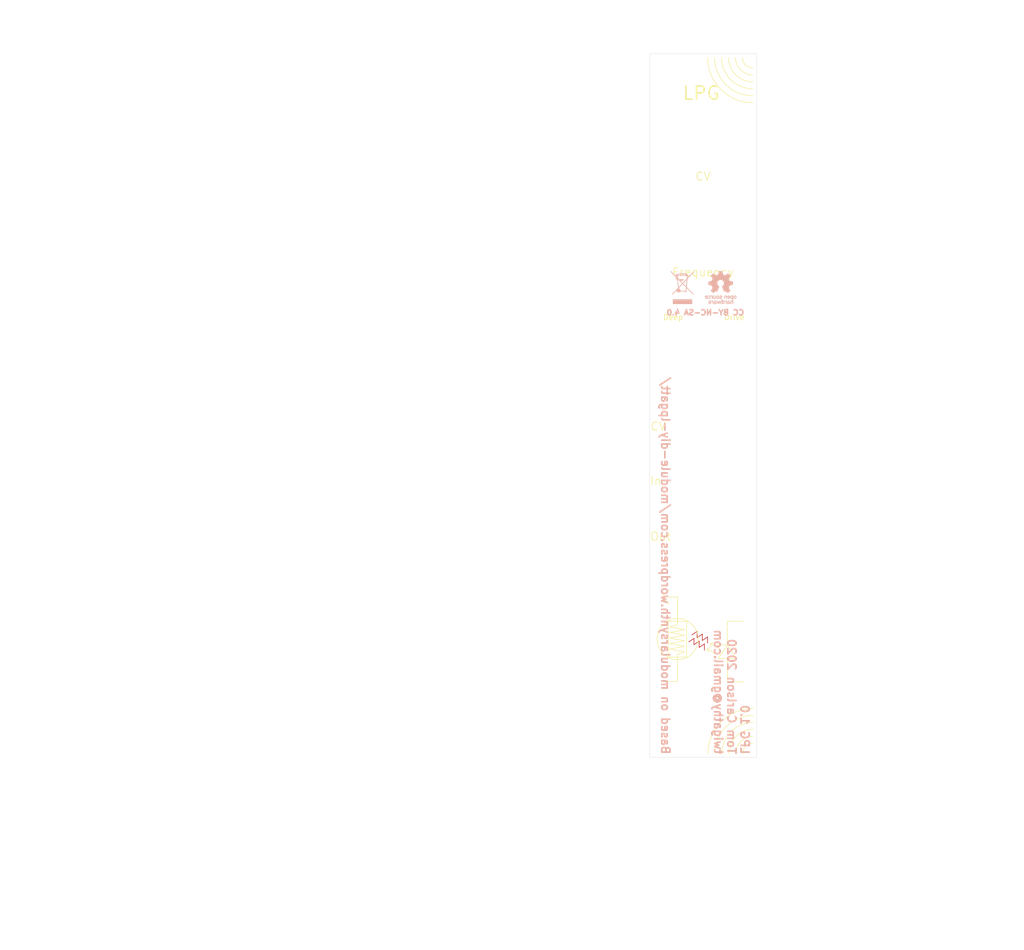
<source format=kicad_pcb>
(kicad_pcb (version 20171130) (host pcbnew "(5.1.4)-1")

  (general
    (thickness 1.6)
    (drawings 87)
    (tracks 0)
    (zones 0)
    (modules 11)
    (nets 2)
  )

  (page A4)
  (layers
    (0 F.Cu signal)
    (31 B.Cu signal)
    (32 B.Adhes user)
    (33 F.Adhes user)
    (34 B.Paste user)
    (35 F.Paste user)
    (36 B.SilkS user)
    (37 F.SilkS user)
    (38 B.Mask user)
    (39 F.Mask user)
    (40 Dwgs.User user)
    (41 Cmts.User user)
    (42 Eco1.User user)
    (43 Eco2.User user)
    (44 Edge.Cuts user)
    (45 Margin user)
    (46 B.CrtYd user)
    (47 F.CrtYd user)
    (48 B.Fab user)
    (49 F.Fab user)
  )

  (setup
    (last_trace_width 0.25)
    (trace_clearance 0.2)
    (zone_clearance 0.508)
    (zone_45_only no)
    (trace_min 0.2)
    (via_size 0.8)
    (via_drill 0.4)
    (via_min_size 0.4)
    (via_min_drill 0.3)
    (uvia_size 0.3)
    (uvia_drill 0.1)
    (uvias_allowed no)
    (uvia_min_size 0.2)
    (uvia_min_drill 0.1)
    (edge_width 0.05)
    (segment_width 0.2)
    (pcb_text_width 0.3)
    (pcb_text_size 1.5 1.5)
    (mod_edge_width 0.12)
    (mod_text_size 1 1)
    (mod_text_width 0.15)
    (pad_size 7.1 7.1)
    (pad_drill 7.1)
    (pad_to_mask_clearance 0.051)
    (solder_mask_min_width 0.25)
    (aux_axis_origin 0 0)
    (visible_elements 7FFFFFFF)
    (pcbplotparams
      (layerselection 0x010fc_ffffffff)
      (usegerberextensions false)
      (usegerberattributes false)
      (usegerberadvancedattributes false)
      (creategerberjobfile false)
      (excludeedgelayer true)
      (linewidth 0.100000)
      (plotframeref false)
      (viasonmask false)
      (mode 1)
      (useauxorigin false)
      (hpglpennumber 1)
      (hpglpenspeed 20)
      (hpglpendiameter 15.000000)
      (psnegative false)
      (psa4output false)
      (plotreference true)
      (plotvalue true)
      (plotinvisibletext false)
      (padsonsilk false)
      (subtractmaskfromsilk false)
      (outputformat 1)
      (mirror false)
      (drillshape 1)
      (scaleselection 1)
      (outputdirectory ""))
  )

  (net 0 "")
  (net 1 Earth)

  (net_class Default "This is the default net class."
    (clearance 0.2)
    (trace_width 0.25)
    (via_dia 0.8)
    (via_drill 0.4)
    (uvia_dia 0.3)
    (uvia_drill 0.1)
  )

  (net_class Power ""
    (clearance 0.2)
    (trace_width 0.5)
    (via_dia 0.8)
    (via_drill 0.4)
    (uvia_dia 0.3)
    (uvia_drill 0.1)
  )

  (module Symbol:WEEE-Logo_4.2x6mm_SilkScreen (layer B.Cu) (tedit 0) (tstamp 604CB98B)
    (at 201.4728 70.0024 180)
    (descr "Waste Electrical and Electronic Equipment Directive")
    (tags "Logo WEEE")
    (path /60041A75)
    (attr virtual)
    (fp_text reference J26 (at 0 0) (layer B.SilkS) hide
      (effects (font (size 1 1) (thickness 0.15)) (justify mirror))
    )
    (fp_text value WEEE (at 0.75 0) (layer B.Fab) hide
      (effects (font (size 1 1) (thickness 0.15)) (justify mirror))
    )
    (fp_poly (pts (xy 1.747822 -3.017822) (xy -1.772971 -3.017822) (xy -1.772971 -2.150198) (xy 1.747822 -2.150198)
      (xy 1.747822 -3.017822)) (layer B.SilkS) (width 0.01))
    (fp_poly (pts (xy 2.12443 2.935152) (xy 2.123811 2.848069) (xy 1.672086 2.389109) (xy 1.220361 1.930148)
      (xy 1.220032 1.719529) (xy 1.219703 1.508911) (xy 0.94461 1.508911) (xy 0.937522 1.45547)
      (xy 0.934838 1.431112) (xy 0.930313 1.385241) (xy 0.924191 1.320595) (xy 0.916712 1.239909)
      (xy 0.908119 1.145919) (xy 0.898654 1.041363) (xy 0.888558 0.928975) (xy 0.878074 0.811493)
      (xy 0.867444 0.691652) (xy 0.856909 0.572189) (xy 0.846713 0.455841) (xy 0.837095 0.345343)
      (xy 0.8283 0.243431) (xy 0.820568 0.152842) (xy 0.814142 0.076313) (xy 0.809263 0.016579)
      (xy 0.806175 -0.023624) (xy 0.805117 -0.041559) (xy 0.805118 -0.041644) (xy 0.812827 -0.056035)
      (xy 0.835981 -0.085748) (xy 0.874895 -0.131131) (xy 0.929884 -0.192529) (xy 1.001264 -0.270288)
      (xy 1.089349 -0.364754) (xy 1.194454 -0.476272) (xy 1.316895 -0.605188) (xy 1.35131 -0.641287)
      (xy 1.897137 -1.213416) (xy 1.808881 -1.301436) (xy 1.737485 -1.223758) (xy 1.711366 -1.195686)
      (xy 1.670566 -1.152274) (xy 1.617777 -1.096366) (xy 1.555691 -1.030808) (xy 1.487 -0.958441)
      (xy 1.414396 -0.882112) (xy 1.37096 -0.836524) (xy 1.289416 -0.751119) (xy 1.223504 -0.68271)
      (xy 1.171544 -0.630053) (xy 1.131855 -0.591905) (xy 1.102757 -0.56702) (xy 1.082569 -0.554156)
      (xy 1.06961 -0.552068) (xy 1.0622 -0.559513) (xy 1.058658 -0.575246) (xy 1.057303 -0.598023)
      (xy 1.057121 -0.604239) (xy 1.047703 -0.647061) (xy 1.024497 -0.698819) (xy 0.992136 -0.751328)
      (xy 0.955252 -0.796403) (xy 0.940493 -0.810328) (xy 0.864767 -0.859047) (xy 0.776308 -0.886306)
      (xy 0.6981 -0.892773) (xy 0.609468 -0.880576) (xy 0.527612 -0.844813) (xy 0.455164 -0.786722)
      (xy 0.441797 -0.772262) (xy 0.392918 -0.716733) (xy -0.452674 -0.716733) (xy -0.452674 -0.892773)
      (xy -0.67901 -0.892773) (xy -0.67901 -0.810531) (xy -0.68185 -0.754386) (xy -0.691393 -0.715416)
      (xy -0.702991 -0.694219) (xy -0.711277 -0.679052) (xy -0.718373 -0.657062) (xy -0.724748 -0.624987)
      (xy -0.730872 -0.579569) (xy -0.737216 -0.517548) (xy -0.74425 -0.435662) (xy -0.749066 -0.374746)
      (xy -0.771161 -0.089343) (xy -1.313565 -0.638805) (xy -1.411637 -0.738228) (xy -1.505784 -0.833815)
      (xy -1.594285 -0.92381) (xy -1.67542 -1.006457) (xy -1.747469 -1.080001) (xy -1.808712 -1.142684)
      (xy -1.857427 -1.192752) (xy -1.891896 -1.228448) (xy -1.910379 -1.247995) (xy -1.940743 -1.278944)
      (xy -1.966071 -1.30053) (xy -1.979695 -1.307723) (xy -1.997095 -1.299297) (xy -2.02246 -1.278245)
      (xy -2.031058 -1.269671) (xy -2.067514 -1.23162) (xy -1.866802 -1.027658) (xy -1.815596 -0.975699)
      (xy -1.749569 -0.90882) (xy -1.671618 -0.82995) (xy -1.584638 -0.742014) (xy -1.491526 -0.647941)
      (xy -1.395179 -0.550658) (xy -1.298492 -0.453093) (xy -1.229134 -0.383145) (xy -1.123703 -0.27655)
      (xy -1.035129 -0.186307) (xy -0.962281 -0.111192) (xy -0.904023 -0.049986) (xy -0.859225 -0.001466)
      (xy -0.837021 0.023871) (xy -0.658724 0.023871) (xy -0.636401 -0.261555) (xy -0.629669 -0.345219)
      (xy -0.623157 -0.421727) (xy -0.617234 -0.487081) (xy -0.612268 -0.537281) (xy -0.608629 -0.568329)
      (xy -0.607458 -0.575273) (xy -0.600838 -0.603565) (xy 0.348636 -0.603565) (xy 0.354974 -0.524606)
      (xy 0.37411 -0.431315) (xy 0.414154 -0.348791) (xy 0.472582 -0.280038) (xy 0.546871 -0.228063)
      (xy 0.630252 -0.196863) (xy 0.657302 -0.182228) (xy 0.670844 -0.150819) (xy 0.671128 -0.149434)
      (xy 0.672753 -0.136174) (xy 0.670744 -0.122595) (xy 0.663142 -0.106181) (xy 0.647984 -0.084411)
      (xy 0.623312 -0.054767) (xy 0.587164 -0.014732) (xy 0.53758 0.038215) (xy 0.472599 0.106591)
      (xy 0.468401 0.110995) (xy 0.398507 0.184389) (xy 0.3242 0.262563) (xy 0.250586 0.340136)
      (xy 0.182771 0.411725) (xy 0.12586 0.471949) (xy 0.113168 0.485413) (xy 0.064513 0.53618)
      (xy 0.021291 0.579625) (xy -0.013395 0.612759) (xy -0.036444 0.632595) (xy -0.044182 0.636954)
      (xy -0.055722 0.62783) (xy -0.08271 0.6028) (xy -0.123021 0.563948) (xy -0.174529 0.513357)
      (xy -0.235109 0.453112) (xy -0.302636 0.385296) (xy -0.357826 0.329435) (xy -0.658724 0.023871)
      (xy -0.837021 0.023871) (xy -0.826751 0.035589) (xy -0.805471 0.062401) (xy -0.794251 0.080192)
      (xy -0.791754 0.08843) (xy -0.7927 0.10641) (xy -0.795573 0.147108) (xy -0.800187 0.208181)
      (xy -0.806358 0.287287) (xy -0.813898 0.382086) (xy -0.822621 0.490233) (xy -0.832343 0.609388)
      (xy -0.842876 0.737209) (xy -0.851365 0.839365) (xy -0.899396 1.415326) (xy -0.775805 1.415326)
      (xy -0.775273 1.402896) (xy -0.772769 1.36789) (xy -0.768496 1.312785) (xy -0.762653 1.240057)
      (xy -0.755443 1.152186) (xy -0.747066 1.051649) (xy -0.737723 0.940923) (xy -0.728758 0.835795)
      (xy -0.718602 0.716517) (xy -0.709142 0.60392) (xy -0.700596 0.500695) (xy -0.693179 0.409527)
      (xy -0.687108 0.333105) (xy -0.682601 0.274117) (xy -0.679873 0.235251) (xy -0.679116 0.220156)
      (xy -0.677935 0.210762) (xy -0.673256 0.207034) (xy -0.663276 0.210529) (xy -0.64619 0.222801)
      (xy -0.620196 0.245406) (xy -0.58349 0.2799) (xy -0.534267 0.327838) (xy -0.470726 0.390776)
      (xy -0.403305 0.458032) (xy -0.127601 0.733523) (xy -0.129533 0.735594) (xy 0.05271 0.735594)
      (xy 0.061016 0.72422) (xy 0.084267 0.697437) (xy 0.120135 0.657708) (xy 0.166287 0.607493)
      (xy 0.220394 0.549254) (xy 0.280126 0.485453) (xy 0.343152 0.418551) (xy 0.407142 0.35101)
      (xy 0.469764 0.28529) (xy 0.52869 0.223854) (xy 0.581588 0.169163) (xy 0.626128 0.123678)
      (xy 0.65998 0.089862) (xy 0.680812 0.070174) (xy 0.686494 0.066163) (xy 0.688366 0.079109)
      (xy 0.692254 0.114866) (xy 0.697943 0.171196) (xy 0.705219 0.24586) (xy 0.713869 0.33662)
      (xy 0.723678 0.441238) (xy 0.734434 0.557474) (xy 0.745921 0.683092) (xy 0.755093 0.784382)
      (xy 0.766826 0.915721) (xy 0.777665 1.039448) (xy 0.78743 1.153319) (xy 0.795937 1.255089)
      (xy 0.803005 1.342513) (xy 0.808451 1.413347) (xy 0.812092 1.465347) (xy 0.813747 1.496268)
      (xy 0.813558 1.504297) (xy 0.803666 1.497146) (xy 0.778476 1.474159) (xy 0.74019 1.437561)
      (xy 0.691011 1.389578) (xy 0.633139 1.332434) (xy 0.568778 1.268353) (xy 0.500129 1.199562)
      (xy 0.429395 1.128284) (xy 0.358778 1.056745) (xy 0.29048 0.98717) (xy 0.226704 0.921783)
      (xy 0.16965 0.862809) (xy 0.121522 0.812473) (xy 0.084522 0.773001) (xy 0.060852 0.746617)
      (xy 0.05271 0.735594) (xy -0.129533 0.735594) (xy -0.230409 0.843705) (xy -0.282768 0.899623)
      (xy -0.341535 0.962052) (xy -0.404385 1.028557) (xy -0.468995 1.096702) (xy -0.533042 1.164052)
      (xy -0.594203 1.228172) (xy -0.650153 1.286628) (xy -0.69857 1.336982) (xy -0.73713 1.376802)
      (xy -0.763509 1.40365) (xy -0.775384 1.415092) (xy -0.775805 1.415326) (xy -0.899396 1.415326)
      (xy -0.911401 1.559274) (xy -1.511938 2.190842) (xy -2.112475 2.822411) (xy -2.112034 2.910685)
      (xy -2.111592 2.99896) (xy -2.014583 2.895334) (xy -1.960291 2.837537) (xy -1.896192 2.769632)
      (xy -1.824016 2.693428) (xy -1.745492 2.610731) (xy -1.662349 2.523347) (xy -1.576319 2.433085)
      (xy -1.48913 2.34175) (xy -1.402513 2.251151) (xy -1.318197 2.163093) (xy -1.237912 2.079385)
      (xy -1.163387 2.001833) (xy -1.096354 1.932243) (xy -1.038541 1.872424) (xy -0.991679 1.824182)
      (xy -0.957496 1.789324) (xy -0.937724 1.769657) (xy -0.93339 1.765884) (xy -0.933092 1.779008)
      (xy -0.934731 1.812611) (xy -0.938023 1.86212) (xy -0.942682 1.922963) (xy -0.944682 1.947268)
      (xy -0.959577 2.125049) (xy -0.842955 2.125049) (xy -0.836934 2.096757) (xy -0.833863 2.074382)
      (xy -0.829548 2.032283) (xy -0.824488 1.975822) (xy -0.819181 1.910365) (xy -0.817344 1.886138)
      (xy -0.811927 1.816579) (xy -0.806459 1.751982) (xy -0.801488 1.698452) (xy -0.797561 1.66209)
      (xy -0.796675 1.655491) (xy -0.793334 1.641944) (xy -0.786101 1.626086) (xy -0.77344 1.606139)
      (xy -0.753811 1.580327) (xy -0.725678 1.546871) (xy -0.687502 1.503993) (xy -0.637746 1.449917)
      (xy -0.574871 1.382864) (xy -0.497341 1.301057) (xy -0.418251 1.21805) (xy -0.339564 1.135906)
      (xy -0.266112 1.059831) (xy -0.199724 0.991675) (xy -0.142227 0.933288) (xy -0.095451 0.886519)
      (xy -0.061224 0.853218) (xy -0.041373 0.835233) (xy -0.03714 0.832558) (xy -0.026003 0.842259)
      (xy 0.000029 0.867559) (xy 0.03843 0.905918) (xy 0.086672 0.9548) (xy 0.14223 1.011666)
      (xy 0.182408 1.053094) (xy 0.392169 1.27) (xy -0.226337 1.27) (xy -0.226337 1.508911)
      (xy 0.528119 1.508911) (xy 0.528119 1.402458) (xy 0.666435 1.540346) (xy 0.764553 1.63816)
      (xy 0.955643 1.63816) (xy 0.957471 1.62273) (xy 0.966723 1.614133) (xy 0.98905 1.610387)
      (xy 1.030105 1.609511) (xy 1.037376 1.609505) (xy 1.119109 1.609505) (xy 1.119109 1.828828)
      (xy 1.037376 1.747821) (xy 0.99127 1.698572) (xy 0.963694 1.660841) (xy 0.955643 1.63816)
      (xy 0.764553 1.63816) (xy 0.804752 1.678234) (xy 0.804752 1.801048) (xy 0.805137 1.85755)
      (xy 0.8069 1.893495) (xy 0.81095 1.91347) (xy 0.818199 1.922063) (xy 0.82913 1.923861)
      (xy 0.841288 1.926502) (xy 0.850273 1.937088) (xy 0.857174 1.959619) (xy 0.863076 1.998091)
      (xy 0.869065 2.056502) (xy 0.870987 2.077896) (xy 0.875148 2.125049) (xy -0.842955 2.125049)
      (xy -0.959577 2.125049) (xy -1.119109 2.125049) (xy -1.119109 2.238218) (xy -1.051314 2.238218)
      (xy -1.011662 2.239304) (xy -0.990116 2.244546) (xy -0.98748 2.247666) (xy -0.848616 2.247666)
      (xy -0.841308 2.240538) (xy -0.815993 2.238338) (xy -0.798908 2.238218) (xy -0.741881 2.238218)
      (xy -0.529221 2.238218) (xy 0.885302 2.238218) (xy 0.837458 2.287214) (xy 0.76315 2.347676)
      (xy 0.671184 2.394309) (xy 0.560002 2.427751) (xy 0.449529 2.446247) (xy 0.377227 2.454878)
      (xy 0.377227 2.36396) (xy -0.201188 2.36396) (xy -0.201188 2.467107) (xy -0.286065 2.458504)
      (xy -0.345368 2.451244) (xy -0.408551 2.441621) (xy -0.446386 2.434748) (xy -0.521832 2.419593)
      (xy -0.525526 2.328905) (xy -0.529221 2.238218) (xy -0.741881 2.238218) (xy -0.741881 2.288515)
      (xy -0.743544 2.320024) (xy -0.747697 2.337537) (xy -0.749371 2.338812) (xy -0.767987 2.330746)
      (xy -0.795183 2.31118) (xy -0.822448 2.287056) (xy -0.841267 2.265318) (xy -0.842943 2.262492)
      (xy -0.848616 2.247666) (xy -0.98748 2.247666) (xy -0.979662 2.256919) (xy -0.975442 2.270396)
      (xy -0.958219 2.305373) (xy -0.925138 2.347421) (xy -0.881893 2.390644) (xy -0.834174 2.429146)
      (xy -0.80283 2.449199) (xy -0.767123 2.471149) (xy -0.748819 2.489589) (xy -0.742388 2.511332)
      (xy -0.741894 2.524282) (xy -0.741894 2.527425) (xy -0.100594 2.527425) (xy -0.100594 2.464554)
      (xy 0.276633 2.464554) (xy 0.276633 2.527425) (xy -0.100594 2.527425) (xy -0.741894 2.527425)
      (xy -0.741881 2.565148) (xy -0.636048 2.565148) (xy -0.587355 2.563971) (xy -0.549405 2.560835)
      (xy -0.528308 2.556329) (xy -0.526023 2.554505) (xy -0.512641 2.551705) (xy -0.480074 2.552852)
      (xy -0.433916 2.557607) (xy -0.402376 2.561997) (xy -0.345188 2.570622) (xy -0.292886 2.578409)
      (xy -0.253582 2.584153) (xy -0.242055 2.585785) (xy -0.211937 2.595112) (xy -0.201188 2.609728)
      (xy -0.19792 2.61568) (xy -0.18623 2.620222) (xy -0.163288 2.62353) (xy -0.126265 2.625785)
      (xy -0.072332 2.627166) (xy 0.00134 2.62785) (xy 0.08802 2.62802) (xy 0.180529 2.627923)
      (xy 0.250906 2.62747) (xy 0.302164 2.62641) (xy 0.33732 2.624497) (xy 0.359389 2.621481)
      (xy 0.371385 2.617115) (xy 0.376324 2.611151) (xy 0.377227 2.604216) (xy 0.384921 2.582205)
      (xy 0.410121 2.569679) (xy 0.456009 2.565212) (xy 0.464264 2.565148) (xy 0.541973 2.557132)
      (xy 0.630233 2.535064) (xy 0.721085 2.501916) (xy 0.80657 2.460661) (xy 0.878726 2.414269)
      (xy 0.888072 2.406918) (xy 0.918533 2.383002) (xy 0.936572 2.373424) (xy 0.949169 2.37652)
      (xy 0.9621 2.389296) (xy 1.000293 2.414322) (xy 1.049998 2.423929) (xy 1.103524 2.418933)
      (xy 1.153178 2.400149) (xy 1.191267 2.368394) (xy 1.194025 2.364703) (xy 1.222526 2.305425)
      (xy 1.227828 2.244066) (xy 1.210518 2.185573) (xy 1.17118 2.134896) (xy 1.16637 2.130711)
      (xy 1.13844 2.110833) (xy 1.110102 2.102079) (xy 1.070263 2.101447) (xy 1.060311 2.102008)
      (xy 1.021332 2.103438) (xy 1.001254 2.100161) (xy 0.993985 2.090272) (xy 0.99324 2.081039)
      (xy 0.991716 2.054256) (xy 0.987935 2.013975) (xy 0.985218 1.989876) (xy 0.981277 1.951599)
      (xy 0.982916 1.932004) (xy 0.992421 1.924842) (xy 1.009351 1.923861) (xy 1.019392 1.927099)
      (xy 1.03559 1.93758) (xy 1.059145 1.956452) (xy 1.091257 1.984865) (xy 1.133128 2.023965)
      (xy 1.185957 2.074903) (xy 1.250945 2.138827) (xy 1.329291 2.216886) (xy 1.422197 2.310228)
      (xy 1.530863 2.420002) (xy 1.583231 2.473048) (xy 2.125049 3.022233) (xy 2.12443 2.935152)) (layer B.SilkS) (width 0.01))
  )

  (module Symbol:OSHW-Logo_5.7x6mm_SilkScreen (layer B.Cu) (tedit 0) (tstamp 604CB976)
    (at 208.4578 70.0024 180)
    (descr "Open Source Hardware Logo")
    (tags "Logo OSHW")
    (path /600400DA)
    (attr virtual)
    (fp_text reference J27 (at 0 0) (layer B.SilkS) hide
      (effects (font (size 1 1) (thickness 0.15)) (justify mirror))
    )
    (fp_text value OSHW (at 0.75 0) (layer B.Fab) hide
      (effects (font (size 1 1) (thickness 0.15)) (justify mirror))
    )
    (fp_poly (pts (xy -1.908759 -1.469184) (xy -1.882247 -1.482282) (xy -1.849553 -1.505106) (xy -1.825725 -1.529996)
      (xy -1.809406 -1.561249) (xy -1.79924 -1.603166) (xy -1.793872 -1.660044) (xy -1.791944 -1.736184)
      (xy -1.791831 -1.768917) (xy -1.792161 -1.840656) (xy -1.793527 -1.891927) (xy -1.7965 -1.927404)
      (xy -1.801649 -1.951763) (xy -1.809543 -1.96968) (xy -1.817757 -1.981902) (xy -1.870187 -2.033905)
      (xy -1.93193 -2.065184) (xy -1.998536 -2.074592) (xy -2.065558 -2.06098) (xy -2.086792 -2.051354)
      (xy -2.137624 -2.024859) (xy -2.137624 -2.440052) (xy -2.100525 -2.420868) (xy -2.051643 -2.406025)
      (xy -1.991561 -2.402222) (xy -1.931564 -2.409243) (xy -1.886256 -2.425013) (xy -1.848675 -2.455047)
      (xy -1.816564 -2.498024) (xy -1.81415 -2.502436) (xy -1.803967 -2.523221) (xy -1.79653 -2.54417)
      (xy -1.791411 -2.569548) (xy -1.788181 -2.603618) (xy -1.786413 -2.650641) (xy -1.785677 -2.714882)
      (xy -1.785544 -2.787176) (xy -1.785544 -3.017822) (xy -1.923861 -3.017822) (xy -1.923861 -2.592533)
      (xy -1.962549 -2.559979) (xy -2.002738 -2.53394) (xy -2.040797 -2.529205) (xy -2.079066 -2.541389)
      (xy -2.099462 -2.55332) (xy -2.114642 -2.570313) (xy -2.125438 -2.595995) (xy -2.132683 -2.633991)
      (xy -2.137208 -2.687926) (xy -2.139844 -2.761425) (xy -2.140772 -2.810347) (xy -2.143911 -3.011535)
      (xy -2.209926 -3.015336) (xy -2.27594 -3.019136) (xy -2.27594 -1.77065) (xy -2.137624 -1.77065)
      (xy -2.134097 -1.840254) (xy -2.122215 -1.888569) (xy -2.10002 -1.918631) (xy -2.065559 -1.933471)
      (xy -2.030742 -1.936436) (xy -1.991329 -1.933028) (xy -1.965171 -1.919617) (xy -1.948814 -1.901896)
      (xy -1.935937 -1.882835) (xy -1.928272 -1.861601) (xy -1.924861 -1.831849) (xy -1.924749 -1.787236)
      (xy -1.925897 -1.74988) (xy -1.928532 -1.693604) (xy -1.932456 -1.656658) (xy -1.939063 -1.633223)
      (xy -1.949749 -1.61748) (xy -1.959833 -1.60838) (xy -2.00197 -1.588537) (xy -2.05184 -1.585332)
      (xy -2.080476 -1.592168) (xy -2.108828 -1.616464) (xy -2.127609 -1.663728) (xy -2.136712 -1.733624)
      (xy -2.137624 -1.77065) (xy -2.27594 -1.77065) (xy -2.27594 -1.458614) (xy -2.206782 -1.458614)
      (xy -2.16526 -1.460256) (xy -2.143838 -1.466087) (xy -2.137626 -1.477461) (xy -2.137624 -1.477798)
      (xy -2.134742 -1.488938) (xy -2.12203 -1.487673) (xy -2.096757 -1.475433) (xy -2.037869 -1.456707)
      (xy -1.971615 -1.454739) (xy -1.908759 -1.469184)) (layer B.SilkS) (width 0.01))
    (fp_poly (pts (xy -1.38421 -2.406555) (xy -1.325055 -2.422339) (xy -1.280023 -2.450948) (xy -1.248246 -2.488419)
      (xy -1.238366 -2.504411) (xy -1.231073 -2.521163) (xy -1.225974 -2.542592) (xy -1.222679 -2.572616)
      (xy -1.220797 -2.615154) (xy -1.219937 -2.674122) (xy -1.219707 -2.75344) (xy -1.219703 -2.774484)
      (xy -1.219703 -3.017822) (xy -1.280059 -3.017822) (xy -1.318557 -3.015126) (xy -1.347023 -3.008295)
      (xy -1.354155 -3.004083) (xy -1.373652 -2.996813) (xy -1.393566 -3.004083) (xy -1.426353 -3.01316)
      (xy -1.473978 -3.016813) (xy -1.526764 -3.015228) (xy -1.575036 -3.008589) (xy -1.603218 -3.000072)
      (xy -1.657753 -2.965063) (xy -1.691835 -2.916479) (xy -1.707157 -2.851882) (xy -1.707299 -2.850223)
      (xy -1.705955 -2.821566) (xy -1.584356 -2.821566) (xy -1.573726 -2.854161) (xy -1.55641 -2.872505)
      (xy -1.521652 -2.886379) (xy -1.475773 -2.891917) (xy -1.428988 -2.889191) (xy -1.391514 -2.878274)
      (xy -1.381015 -2.871269) (xy -1.362668 -2.838904) (xy -1.35802 -2.802111) (xy -1.35802 -2.753763)
      (xy -1.427582 -2.753763) (xy -1.493667 -2.75885) (xy -1.543764 -2.773263) (xy -1.574929 -2.795729)
      (xy -1.584356 -2.821566) (xy -1.705955 -2.821566) (xy -1.703987 -2.779647) (xy -1.68071 -2.723845)
      (xy -1.636948 -2.681647) (xy -1.630899 -2.677808) (xy -1.604907 -2.665309) (xy -1.572735 -2.65774)
      (xy -1.52776 -2.654061) (xy -1.474331 -2.653216) (xy -1.35802 -2.653169) (xy -1.35802 -2.604411)
      (xy -1.362953 -2.566581) (xy -1.375543 -2.541236) (xy -1.377017 -2.539887) (xy -1.405034 -2.5288)
      (xy -1.447326 -2.524503) (xy -1.494064 -2.526615) (xy -1.535418 -2.534756) (xy -1.559957 -2.546965)
      (xy -1.573253 -2.556746) (xy -1.587294 -2.558613) (xy -1.606671 -2.5506) (xy -1.635976 -2.530739)
      (xy -1.679803 -2.497063) (xy -1.683825 -2.493909) (xy -1.681764 -2.482236) (xy -1.664568 -2.462822)
      (xy -1.638433 -2.441248) (xy -1.609552 -2.423096) (xy -1.600478 -2.418809) (xy -1.56738 -2.410256)
      (xy -1.51888 -2.404155) (xy -1.464695 -2.401708) (xy -1.462161 -2.401703) (xy -1.38421 -2.406555)) (layer B.SilkS) (width 0.01))
    (fp_poly (pts (xy -0.993356 -2.40302) (xy -0.974539 -2.40866) (xy -0.968473 -2.421053) (xy -0.968218 -2.426647)
      (xy -0.967129 -2.44223) (xy -0.959632 -2.444676) (xy -0.939381 -2.433993) (xy -0.927351 -2.426694)
      (xy -0.8894 -2.411063) (xy -0.844072 -2.403334) (xy -0.796544 -2.40274) (xy -0.751995 -2.408513)
      (xy -0.715602 -2.419884) (xy -0.692543 -2.436088) (xy -0.687996 -2.456355) (xy -0.690291 -2.461843)
      (xy -0.70702 -2.484626) (xy -0.732963 -2.512647) (xy -0.737655 -2.517177) (xy -0.762383 -2.538005)
      (xy -0.783718 -2.544735) (xy -0.813555 -2.540038) (xy -0.825508 -2.536917) (xy -0.862705 -2.529421)
      (xy -0.888859 -2.532792) (xy -0.910946 -2.544681) (xy -0.931178 -2.560635) (xy -0.946079 -2.5807)
      (xy -0.956434 -2.608702) (xy -0.963029 -2.648467) (xy -0.966649 -2.703823) (xy -0.968078 -2.778594)
      (xy -0.968218 -2.82374) (xy -0.968218 -3.017822) (xy -1.09396 -3.017822) (xy -1.09396 -2.401683)
      (xy -1.031089 -2.401683) (xy -0.993356 -2.40302)) (layer B.SilkS) (width 0.01))
    (fp_poly (pts (xy -0.201188 -3.017822) (xy -0.270346 -3.017822) (xy -0.310488 -3.016645) (xy -0.331394 -3.011772)
      (xy -0.338922 -3.001186) (xy -0.339505 -2.994029) (xy -0.340774 -2.979676) (xy -0.348779 -2.976923)
      (xy -0.369815 -2.985771) (xy -0.386173 -2.994029) (xy -0.448977 -3.013597) (xy -0.517248 -3.014729)
      (xy -0.572752 -3.000135) (xy -0.624438 -2.964877) (xy -0.663838 -2.912835) (xy -0.685413 -2.85145)
      (xy -0.685962 -2.848018) (xy -0.689167 -2.810571) (xy -0.690761 -2.756813) (xy -0.690633 -2.716155)
      (xy -0.553279 -2.716155) (xy -0.550097 -2.770194) (xy -0.542859 -2.814735) (xy -0.53306 -2.839888)
      (xy -0.495989 -2.87426) (xy -0.451974 -2.886582) (xy -0.406584 -2.876618) (xy -0.367797 -2.846895)
      (xy -0.353108 -2.826905) (xy -0.344519 -2.80305) (xy -0.340496 -2.76823) (xy -0.339505 -2.71593)
      (xy -0.341278 -2.664139) (xy -0.345963 -2.618634) (xy -0.352603 -2.588181) (xy -0.35371 -2.585452)
      (xy -0.380491 -2.553) (xy -0.419579 -2.535183) (xy -0.463315 -2.532306) (xy -0.504038 -2.544674)
      (xy -0.534087 -2.572593) (xy -0.537204 -2.578148) (xy -0.546961 -2.612022) (xy -0.552277 -2.660728)
      (xy -0.553279 -2.716155) (xy -0.690633 -2.716155) (xy -0.690568 -2.69554) (xy -0.689664 -2.662563)
      (xy -0.683514 -2.580981) (xy -0.670733 -2.51973) (xy -0.649471 -2.474449) (xy -0.617878 -2.440779)
      (xy -0.587207 -2.421014) (xy -0.544354 -2.40712) (xy -0.491056 -2.402354) (xy -0.43648 -2.406236)
      (xy -0.389792 -2.418282) (xy -0.365124 -2.432693) (xy -0.339505 -2.455878) (xy -0.339505 -2.162773)
      (xy -0.201188 -2.162773) (xy -0.201188 -3.017822)) (layer B.SilkS) (width 0.01))
    (fp_poly (pts (xy 0.281524 -2.404237) (xy 0.331255 -2.407971) (xy 0.461291 -2.797773) (xy 0.481678 -2.728614)
      (xy 0.493946 -2.685874) (xy 0.510085 -2.628115) (xy 0.527512 -2.564625) (xy 0.536726 -2.53057)
      (xy 0.571388 -2.401683) (xy 0.714391 -2.401683) (xy 0.671646 -2.536857) (xy 0.650596 -2.603342)
      (xy 0.625167 -2.683539) (xy 0.59861 -2.767193) (xy 0.574902 -2.841782) (xy 0.520902 -3.011535)
      (xy 0.462598 -3.015328) (xy 0.404295 -3.019122) (xy 0.372679 -2.914734) (xy 0.353182 -2.849889)
      (xy 0.331904 -2.7784) (xy 0.313308 -2.715263) (xy 0.312574 -2.71275) (xy 0.298684 -2.669969)
      (xy 0.286429 -2.640779) (xy 0.277846 -2.629741) (xy 0.276082 -2.631018) (xy 0.269891 -2.64813)
      (xy 0.258128 -2.684787) (xy 0.242225 -2.736378) (xy 0.223614 -2.798294) (xy 0.213543 -2.832352)
      (xy 0.159007 -3.017822) (xy 0.043264 -3.017822) (xy -0.049263 -2.725471) (xy -0.075256 -2.643462)
      (xy -0.098934 -2.568987) (xy -0.11918 -2.505544) (xy -0.134874 -2.456632) (xy -0.144898 -2.425749)
      (xy -0.147945 -2.416726) (xy -0.145533 -2.407487) (xy -0.126592 -2.403441) (xy -0.087177 -2.403846)
      (xy -0.081007 -2.404152) (xy -0.007914 -2.407971) (xy 0.039957 -2.58401) (xy 0.057553 -2.648211)
      (xy 0.073277 -2.704649) (xy 0.085746 -2.748422) (xy 0.093574 -2.77463) (xy 0.09502 -2.778903)
      (xy 0.101014 -2.77399) (xy 0.113101 -2.748532) (xy 0.129893 -2.705997) (xy 0.150003 -2.64985)
      (xy 0.167003 -2.59913) (xy 0.231794 -2.400504) (xy 0.281524 -2.404237)) (layer B.SilkS) (width 0.01))
    (fp_poly (pts (xy 1.038411 -2.405417) (xy 1.091411 -2.41829) (xy 1.106731 -2.42511) (xy 1.136428 -2.442974)
      (xy 1.15922 -2.463093) (xy 1.176083 -2.488962) (xy 1.187998 -2.524073) (xy 1.195942 -2.57192)
      (xy 1.200894 -2.635996) (xy 1.203831 -2.719794) (xy 1.204947 -2.775768) (xy 1.209052 -3.017822)
      (xy 1.138932 -3.017822) (xy 1.096393 -3.016038) (xy 1.074476 -3.009942) (xy 1.068812 -2.999706)
      (xy 1.065821 -2.988637) (xy 1.052451 -2.990754) (xy 1.034233 -2.999629) (xy 0.988624 -3.013233)
      (xy 0.930007 -3.016899) (xy 0.868354 -3.010903) (xy 0.813638 -2.995521) (xy 0.80873 -2.993386)
      (xy 0.758723 -2.958255) (xy 0.725756 -2.909419) (xy 0.710587 -2.852333) (xy 0.711746 -2.831824)
      (xy 0.835508 -2.831824) (xy 0.846413 -2.859425) (xy 0.878745 -2.879204) (xy 0.93091 -2.889819)
      (xy 0.958787 -2.891228) (xy 1.005247 -2.88762) (xy 1.036129 -2.873597) (xy 1.043664 -2.866931)
      (xy 1.064076 -2.830666) (xy 1.068812 -2.797773) (xy 1.068812 -2.753763) (xy 1.007513 -2.753763)
      (xy 0.936256 -2.757395) (xy 0.886276 -2.768818) (xy 0.854696 -2.788824) (xy 0.847626 -2.797743)
      (xy 0.835508 -2.831824) (xy 0.711746 -2.831824) (xy 0.713971 -2.792456) (xy 0.736663 -2.735244)
      (xy 0.767624 -2.69658) (xy 0.786376 -2.679864) (xy 0.804733 -2.668878) (xy 0.828619 -2.66218)
      (xy 0.863957 -2.658326) (xy 0.916669 -2.655873) (xy 0.937577 -2.655168) (xy 1.068812 -2.650879)
      (xy 1.06862 -2.611158) (xy 1.063537 -2.569405) (xy 1.045162 -2.544158) (xy 1.008039 -2.52803)
      (xy 1.007043 -2.527742) (xy 0.95441 -2.5214) (xy 0.902906 -2.529684) (xy 0.86463 -2.549827)
      (xy 0.849272 -2.559773) (xy 0.83273 -2.558397) (xy 0.807275 -2.543987) (xy 0.792328 -2.533817)
      (xy 0.763091 -2.512088) (xy 0.74498 -2.4958) (xy 0.742074 -2.491137) (xy 0.75404 -2.467005)
      (xy 0.789396 -2.438185) (xy 0.804753 -2.428461) (xy 0.848901 -2.411714) (xy 0.908398 -2.402227)
      (xy 0.974487 -2.400095) (xy 1.038411 -2.405417)) (layer B.SilkS) (width 0.01))
    (fp_poly (pts (xy 1.635255 -2.401486) (xy 1.683595 -2.411015) (xy 1.711114 -2.425125) (xy 1.740064 -2.448568)
      (xy 1.698876 -2.500571) (xy 1.673482 -2.532064) (xy 1.656238 -2.547428) (xy 1.639102 -2.549776)
      (xy 1.614027 -2.542217) (xy 1.602257 -2.537941) (xy 1.55427 -2.531631) (xy 1.510324 -2.545156)
      (xy 1.47806 -2.57571) (xy 1.472819 -2.585452) (xy 1.467112 -2.611258) (xy 1.462706 -2.658817)
      (xy 1.459811 -2.724758) (xy 1.458631 -2.80571) (xy 1.458614 -2.817226) (xy 1.458614 -3.017822)
      (xy 1.320297 -3.017822) (xy 1.320297 -2.401683) (xy 1.389456 -2.401683) (xy 1.429333 -2.402725)
      (xy 1.450107 -2.407358) (xy 1.457789 -2.417849) (xy 1.458614 -2.427745) (xy 1.458614 -2.453806)
      (xy 1.491745 -2.427745) (xy 1.529735 -2.409965) (xy 1.58077 -2.401174) (xy 1.635255 -2.401486)) (layer B.SilkS) (width 0.01))
    (fp_poly (pts (xy 2.032581 -2.40497) (xy 2.092685 -2.420597) (xy 2.143021 -2.452848) (xy 2.167393 -2.47694)
      (xy 2.207345 -2.533895) (xy 2.230242 -2.599965) (xy 2.238108 -2.681182) (xy 2.238148 -2.687748)
      (xy 2.238218 -2.753763) (xy 1.858264 -2.753763) (xy 1.866363 -2.788342) (xy 1.880987 -2.819659)
      (xy 1.906581 -2.852291) (xy 1.911935 -2.8575) (xy 1.957943 -2.885694) (xy 2.01041 -2.890475)
      (xy 2.070803 -2.871926) (xy 2.08104 -2.866931) (xy 2.112439 -2.851745) (xy 2.13347 -2.843094)
      (xy 2.137139 -2.842293) (xy 2.149948 -2.850063) (xy 2.174378 -2.869072) (xy 2.186779 -2.87946)
      (xy 2.212476 -2.903321) (xy 2.220915 -2.919077) (xy 2.215058 -2.933571) (xy 2.211928 -2.937534)
      (xy 2.190725 -2.954879) (xy 2.155738 -2.975959) (xy 2.131337 -2.988265) (xy 2.062072 -3.009946)
      (xy 1.985388 -3.016971) (xy 1.912765 -3.008647) (xy 1.892426 -3.002686) (xy 1.829476 -2.968952)
      (xy 1.782815 -2.917045) (xy 1.752173 -2.846459) (xy 1.737282 -2.756692) (xy 1.735647 -2.709753)
      (xy 1.740421 -2.641413) (xy 1.86099 -2.641413) (xy 1.872652 -2.646465) (xy 1.903998 -2.650429)
      (xy 1.949571 -2.652768) (xy 1.980446 -2.653169) (xy 2.035981 -2.652783) (xy 2.071033 -2.650975)
      (xy 2.090262 -2.646773) (xy 2.09833 -2.639203) (xy 2.099901 -2.628218) (xy 2.089121 -2.594381)
      (xy 2.06198 -2.56094) (xy 2.026277 -2.535272) (xy 1.99056 -2.524772) (xy 1.942048 -2.534086)
      (xy 1.900053 -2.561013) (xy 1.870936 -2.599827) (xy 1.86099 -2.641413) (xy 1.740421 -2.641413)
      (xy 1.742599 -2.610236) (xy 1.764055 -2.530949) (xy 1.80047 -2.471263) (xy 1.852297 -2.430549)
      (xy 1.91999 -2.408179) (xy 1.956662 -2.403871) (xy 2.032581 -2.40497)) (layer B.SilkS) (width 0.01))
    (fp_poly (pts (xy -2.538261 -1.465148) (xy -2.472479 -1.494231) (xy -2.42254 -1.542793) (xy -2.388374 -1.610908)
      (xy -2.369907 -1.698651) (xy -2.368583 -1.712351) (xy -2.367546 -1.808939) (xy -2.380993 -1.893602)
      (xy -2.408108 -1.962221) (xy -2.422627 -1.984294) (xy -2.473201 -2.031011) (xy -2.537609 -2.061268)
      (xy -2.609666 -2.073824) (xy -2.683185 -2.067439) (xy -2.739072 -2.047772) (xy -2.787132 -2.014629)
      (xy -2.826412 -1.971175) (xy -2.827092 -1.970158) (xy -2.843044 -1.943338) (xy -2.85341 -1.916368)
      (xy -2.859688 -1.882332) (xy -2.863373 -1.83431) (xy -2.864997 -1.794931) (xy -2.865672 -1.759219)
      (xy -2.739955 -1.759219) (xy -2.738726 -1.79477) (xy -2.734266 -1.842094) (xy -2.726397 -1.872465)
      (xy -2.712207 -1.894072) (xy -2.698917 -1.906694) (xy -2.651802 -1.933122) (xy -2.602505 -1.936653)
      (xy -2.556593 -1.917639) (xy -2.533638 -1.896331) (xy -2.517096 -1.874859) (xy -2.507421 -1.854313)
      (xy -2.503174 -1.827574) (xy -2.50292 -1.787523) (xy -2.504228 -1.750638) (xy -2.507043 -1.697947)
      (xy -2.511505 -1.663772) (xy -2.519548 -1.64148) (xy -2.533103 -1.624442) (xy -2.543845 -1.614703)
      (xy -2.588777 -1.589123) (xy -2.637249 -1.587847) (xy -2.677894 -1.602999) (xy -2.712567 -1.634642)
      (xy -2.733224 -1.68662) (xy -2.739955 -1.759219) (xy -2.865672 -1.759219) (xy -2.866479 -1.716621)
      (xy -2.863948 -1.658056) (xy -2.856362 -1.614007) (xy -2.842681 -1.579248) (xy -2.821865 -1.548551)
      (xy -2.814147 -1.539436) (xy -2.765889 -1.494021) (xy -2.714128 -1.467493) (xy -2.650828 -1.456379)
      (xy -2.619961 -1.455471) (xy -2.538261 -1.465148)) (layer B.SilkS) (width 0.01))
    (fp_poly (pts (xy -1.356699 -1.472614) (xy -1.344168 -1.478514) (xy -1.300799 -1.510283) (xy -1.25979 -1.556646)
      (xy -1.229168 -1.607696) (xy -1.220459 -1.631166) (xy -1.212512 -1.673091) (xy -1.207774 -1.723757)
      (xy -1.207199 -1.744679) (xy -1.207129 -1.810693) (xy -1.587083 -1.810693) (xy -1.578983 -1.845273)
      (xy -1.559104 -1.88617) (xy -1.524347 -1.921514) (xy -1.482998 -1.944282) (xy -1.456649 -1.94901)
      (xy -1.420916 -1.943273) (xy -1.378282 -1.928882) (xy -1.363799 -1.922262) (xy -1.31024 -1.895513)
      (xy -1.264533 -1.930376) (xy -1.238158 -1.953955) (xy -1.224124 -1.973417) (xy -1.223414 -1.979129)
      (xy -1.235951 -1.992973) (xy -1.263428 -2.014012) (xy -1.288366 -2.030425) (xy -1.355664 -2.05993)
      (xy -1.43111 -2.073284) (xy -1.505888 -2.069812) (xy -1.565495 -2.051663) (xy -1.626941 -2.012784)
      (xy -1.670608 -1.961595) (xy -1.697926 -1.895367) (xy -1.710322 -1.811371) (xy -1.711421 -1.772936)
      (xy -1.707022 -1.684861) (xy -1.706482 -1.682299) (xy -1.580582 -1.682299) (xy -1.577115 -1.690558)
      (xy -1.562863 -1.695113) (xy -1.53347 -1.697065) (xy -1.484575 -1.697517) (xy -1.465748 -1.697525)
      (xy -1.408467 -1.696843) (xy -1.372141 -1.694364) (xy -1.352604 -1.689443) (xy -1.34569 -1.681434)
      (xy -1.345445 -1.678862) (xy -1.353336 -1.658423) (xy -1.373085 -1.629789) (xy -1.381575 -1.619763)
      (xy -1.413094 -1.591408) (xy -1.445949 -1.580259) (xy -1.463651 -1.579327) (xy -1.511539 -1.590981)
      (xy -1.551699 -1.622285) (xy -1.577173 -1.667752) (xy -1.577625 -1.669233) (xy -1.580582 -1.682299)
      (xy -1.706482 -1.682299) (xy -1.692392 -1.61551) (xy -1.666038 -1.560025) (xy -1.633807 -1.520639)
      (xy -1.574217 -1.477931) (xy -1.504168 -1.455109) (xy -1.429661 -1.453046) (xy -1.356699 -1.472614)) (layer B.SilkS) (width 0.01))
    (fp_poly (pts (xy 0.014017 -1.456452) (xy 0.061634 -1.465482) (xy 0.111034 -1.48437) (xy 0.116312 -1.486777)
      (xy 0.153774 -1.506476) (xy 0.179717 -1.524781) (xy 0.188103 -1.536508) (xy 0.180117 -1.555632)
      (xy 0.16072 -1.58385) (xy 0.15211 -1.594384) (xy 0.116628 -1.635847) (xy 0.070885 -1.608858)
      (xy 0.02735 -1.590878) (xy -0.02295 -1.581267) (xy -0.071188 -1.58066) (xy -0.108533 -1.589691)
      (xy -0.117495 -1.595327) (xy -0.134563 -1.621171) (xy -0.136637 -1.650941) (xy -0.123866 -1.674197)
      (xy -0.116312 -1.678708) (xy -0.093675 -1.684309) (xy -0.053885 -1.690892) (xy -0.004834 -1.697183)
      (xy 0.004215 -1.69817) (xy 0.082996 -1.711798) (xy 0.140136 -1.734946) (xy 0.17803 -1.769752)
      (xy 0.199079 -1.818354) (xy 0.205635 -1.877718) (xy 0.196577 -1.945198) (xy 0.167164 -1.998188)
      (xy 0.117278 -2.036783) (xy 0.0468 -2.061081) (xy -0.031435 -2.070667) (xy -0.095234 -2.070552)
      (xy -0.146984 -2.061845) (xy -0.182327 -2.049825) (xy -0.226983 -2.02888) (xy -0.268253 -2.004574)
      (xy -0.282921 -1.993876) (xy -0.320643 -1.963084) (xy -0.275148 -1.917049) (xy -0.229653 -1.871013)
      (xy -0.177928 -1.905243) (xy -0.126048 -1.930952) (xy -0.070649 -1.944399) (xy -0.017395 -1.945818)
      (xy 0.028049 -1.935443) (xy 0.060016 -1.913507) (xy 0.070338 -1.894998) (xy 0.068789 -1.865314)
      (xy 0.04314 -1.842615) (xy -0.00654 -1.82694) (xy -0.060969 -1.819695) (xy -0.144736 -1.805873)
      (xy -0.206967 -1.779796) (xy -0.248493 -1.740699) (xy -0.270147 -1.68782) (xy -0.273147 -1.625126)
      (xy -0.258329 -1.559642) (xy -0.224546 -1.510144) (xy -0.171495 -1.476408) (xy -0.098874 -1.458207)
      (xy -0.045072 -1.454639) (xy 0.014017 -1.456452)) (layer B.SilkS) (width 0.01))
    (fp_poly (pts (xy 0.610762 -1.466055) (xy 0.674363 -1.500692) (xy 0.724123 -1.555372) (xy 0.747568 -1.599842)
      (xy 0.757634 -1.639121) (xy 0.764156 -1.695116) (xy 0.766951 -1.759621) (xy 0.765836 -1.824429)
      (xy 0.760626 -1.881334) (xy 0.754541 -1.911727) (xy 0.734014 -1.953306) (xy 0.698463 -1.997468)
      (xy 0.655619 -2.036087) (xy 0.613211 -2.061034) (xy 0.612177 -2.06143) (xy 0.559553 -2.072331)
      (xy 0.497188 -2.072601) (xy 0.437924 -2.062676) (xy 0.41504 -2.054722) (xy 0.356102 -2.0213)
      (xy 0.31389 -1.977511) (xy 0.286156 -1.919538) (xy 0.270651 -1.843565) (xy 0.267143 -1.803771)
      (xy 0.26759 -1.753766) (xy 0.402376 -1.753766) (xy 0.406917 -1.826732) (xy 0.419986 -1.882334)
      (xy 0.440756 -1.917861) (xy 0.455552 -1.92802) (xy 0.493464 -1.935104) (xy 0.538527 -1.933007)
      (xy 0.577487 -1.922812) (xy 0.587704 -1.917204) (xy 0.614659 -1.884538) (xy 0.632451 -1.834545)
      (xy 0.640024 -1.773705) (xy 0.636325 -1.708497) (xy 0.628057 -1.669253) (xy 0.60432 -1.623805)
      (xy 0.566849 -1.595396) (xy 0.52172 -1.585573) (xy 0.475011 -1.595887) (xy 0.439132 -1.621112)
      (xy 0.420277 -1.641925) (xy 0.409272 -1.662439) (xy 0.404026 -1.690203) (xy 0.402449 -1.732762)
      (xy 0.402376 -1.753766) (xy 0.26759 -1.753766) (xy 0.268094 -1.69758) (xy 0.285388 -1.610501)
      (xy 0.319029 -1.54253) (xy 0.369018 -1.493664) (xy 0.435356 -1.463899) (xy 0.449601 -1.460448)
      (xy 0.53521 -1.452345) (xy 0.610762 -1.466055)) (layer B.SilkS) (width 0.01))
    (fp_poly (pts (xy 0.993367 -1.654342) (xy 0.994555 -1.746563) (xy 0.998897 -1.81661) (xy 1.007558 -1.867381)
      (xy 1.021704 -1.901772) (xy 1.0425 -1.922679) (xy 1.07111 -1.933) (xy 1.106535 -1.935636)
      (xy 1.143636 -1.932682) (xy 1.171818 -1.921889) (xy 1.192243 -1.90036) (xy 1.206079 -1.865199)
      (xy 1.214491 -1.81351) (xy 1.218643 -1.742394) (xy 1.219703 -1.654342) (xy 1.219703 -1.458614)
      (xy 1.35802 -1.458614) (xy 1.35802 -2.062179) (xy 1.288862 -2.062179) (xy 1.24717 -2.060489)
      (xy 1.225701 -2.054556) (xy 1.219703 -2.043293) (xy 1.216091 -2.033261) (xy 1.201714 -2.035383)
      (xy 1.172736 -2.04958) (xy 1.106319 -2.07148) (xy 1.035875 -2.069928) (xy 0.968377 -2.046147)
      (xy 0.936233 -2.027362) (xy 0.911715 -2.007022) (xy 0.893804 -1.981573) (xy 0.881479 -1.947458)
      (xy 0.873723 -1.901121) (xy 0.869516 -1.839007) (xy 0.86784 -1.757561) (xy 0.867624 -1.694578)
      (xy 0.867624 -1.458614) (xy 0.993367 -1.458614) (xy 0.993367 -1.654342)) (layer B.SilkS) (width 0.01))
    (fp_poly (pts (xy 2.217226 -1.46388) (xy 2.29008 -1.49483) (xy 2.313027 -1.509895) (xy 2.342354 -1.533048)
      (xy 2.360764 -1.551253) (xy 2.363961 -1.557183) (xy 2.354935 -1.57034) (xy 2.331837 -1.592667)
      (xy 2.313344 -1.60825) (xy 2.262728 -1.648926) (xy 2.22276 -1.615295) (xy 2.191874 -1.593584)
      (xy 2.161759 -1.58609) (xy 2.127292 -1.58792) (xy 2.072561 -1.601528) (xy 2.034886 -1.629772)
      (xy 2.011991 -1.675433) (xy 2.001597 -1.741289) (xy 2.001595 -1.741331) (xy 2.002494 -1.814939)
      (xy 2.016463 -1.868946) (xy 2.044328 -1.905716) (xy 2.063325 -1.918168) (xy 2.113776 -1.933673)
      (xy 2.167663 -1.933683) (xy 2.214546 -1.918638) (xy 2.225644 -1.911287) (xy 2.253476 -1.892511)
      (xy 2.275236 -1.889434) (xy 2.298704 -1.903409) (xy 2.324649 -1.92851) (xy 2.365716 -1.97088)
      (xy 2.320121 -2.008464) (xy 2.249674 -2.050882) (xy 2.170233 -2.071785) (xy 2.087215 -2.070272)
      (xy 2.032694 -2.056411) (xy 1.96897 -2.022135) (xy 1.918005 -1.968212) (xy 1.894851 -1.930149)
      (xy 1.876099 -1.875536) (xy 1.866715 -1.806369) (xy 1.866643 -1.731407) (xy 1.875824 -1.659409)
      (xy 1.894199 -1.599137) (xy 1.897093 -1.592958) (xy 1.939952 -1.532351) (xy 1.997979 -1.488224)
      (xy 2.066591 -1.461493) (xy 2.141201 -1.453073) (xy 2.217226 -1.46388)) (layer B.SilkS) (width 0.01))
    (fp_poly (pts (xy 2.677898 -1.456457) (xy 2.710096 -1.464279) (xy 2.771825 -1.492921) (xy 2.82461 -1.536667)
      (xy 2.861141 -1.589117) (xy 2.86616 -1.600893) (xy 2.873045 -1.63174) (xy 2.877864 -1.677371)
      (xy 2.879505 -1.723492) (xy 2.879505 -1.810693) (xy 2.697178 -1.810693) (xy 2.621979 -1.810978)
      (xy 2.569003 -1.812704) (xy 2.535325 -1.817181) (xy 2.51802 -1.82572) (xy 2.514163 -1.83963)
      (xy 2.520829 -1.860222) (xy 2.53277 -1.884315) (xy 2.56608 -1.924525) (xy 2.612368 -1.944558)
      (xy 2.668944 -1.943905) (xy 2.733031 -1.922101) (xy 2.788417 -1.895193) (xy 2.834375 -1.931532)
      (xy 2.880333 -1.967872) (xy 2.837096 -2.007819) (xy 2.779374 -2.045563) (xy 2.708386 -2.06832)
      (xy 2.632029 -2.074688) (xy 2.558199 -2.063268) (xy 2.546287 -2.059393) (xy 2.481399 -2.025506)
      (xy 2.43313 -1.974986) (xy 2.400465 -1.906325) (xy 2.382385 -1.818014) (xy 2.382175 -1.816121)
      (xy 2.380556 -1.719878) (xy 2.3871 -1.685542) (xy 2.514852 -1.685542) (xy 2.526584 -1.690822)
      (xy 2.558438 -1.694867) (xy 2.605397 -1.697176) (xy 2.635154 -1.697525) (xy 2.690648 -1.697306)
      (xy 2.725346 -1.695916) (xy 2.743601 -1.692251) (xy 2.749766 -1.68521) (xy 2.748195 -1.67369)
      (xy 2.746878 -1.669233) (xy 2.724382 -1.627355) (xy 2.689003 -1.593604) (xy 2.65778 -1.578773)
      (xy 2.616301 -1.579668) (xy 2.574269 -1.598164) (xy 2.539012 -1.628786) (xy 2.517854 -1.666062)
      (xy 2.514852 -1.685542) (xy 2.3871 -1.685542) (xy 2.39669 -1.635229) (xy 2.428698 -1.564191)
      (xy 2.474701 -1.508779) (xy 2.532821 -1.471009) (xy 2.60118 -1.452896) (xy 2.677898 -1.456457)) (layer B.SilkS) (width 0.01))
    (fp_poly (pts (xy -0.754012 -1.469002) (xy -0.722717 -1.48395) (xy -0.692409 -1.505541) (xy -0.669318 -1.530391)
      (xy -0.6525 -1.562087) (xy -0.641006 -1.604214) (xy -0.633891 -1.660358) (xy -0.630207 -1.734106)
      (xy -0.629008 -1.829044) (xy -0.628989 -1.838985) (xy -0.628713 -2.062179) (xy -0.76703 -2.062179)
      (xy -0.76703 -1.856418) (xy -0.767128 -1.780189) (xy -0.767809 -1.724939) (xy -0.769651 -1.686501)
      (xy -0.773233 -1.660706) (xy -0.779132 -1.643384) (xy -0.787927 -1.630368) (xy -0.80018 -1.617507)
      (xy -0.843047 -1.589873) (xy -0.889843 -1.584745) (xy -0.934424 -1.602217) (xy -0.949928 -1.615221)
      (xy -0.96131 -1.627447) (xy -0.969481 -1.64054) (xy -0.974974 -1.658615) (xy -0.97832 -1.685787)
      (xy -0.980051 -1.72617) (xy -0.980697 -1.783879) (xy -0.980792 -1.854132) (xy -0.980792 -2.062179)
      (xy -1.119109 -2.062179) (xy -1.119109 -1.458614) (xy -1.04995 -1.458614) (xy -1.008428 -1.460256)
      (xy -0.987006 -1.466087) (xy -0.980795 -1.477461) (xy -0.980792 -1.477798) (xy -0.97791 -1.488938)
      (xy -0.965199 -1.487674) (xy -0.939926 -1.475434) (xy -0.882605 -1.457424) (xy -0.817037 -1.455421)
      (xy -0.754012 -1.469002)) (layer B.SilkS) (width 0.01))
    (fp_poly (pts (xy 1.79946 -1.45803) (xy 1.842711 -1.471245) (xy 1.870558 -1.487941) (xy 1.879629 -1.501145)
      (xy 1.877132 -1.516797) (xy 1.860931 -1.541385) (xy 1.847232 -1.5588) (xy 1.818992 -1.590283)
      (xy 1.797775 -1.603529) (xy 1.779688 -1.602664) (xy 1.726035 -1.58901) (xy 1.68663 -1.58963)
      (xy 1.654632 -1.605104) (xy 1.64389 -1.614161) (xy 1.609505 -1.646027) (xy 1.609505 -2.062179)
      (xy 1.471188 -2.062179) (xy 1.471188 -1.458614) (xy 1.540347 -1.458614) (xy 1.581869 -1.460256)
      (xy 1.603291 -1.466087) (xy 1.609502 -1.477461) (xy 1.609505 -1.477798) (xy 1.612439 -1.489713)
      (xy 1.625704 -1.488159) (xy 1.644084 -1.479563) (xy 1.682046 -1.463568) (xy 1.712872 -1.453945)
      (xy 1.752536 -1.451478) (xy 1.79946 -1.45803)) (layer B.SilkS) (width 0.01))
    (fp_poly (pts (xy 0.376964 2.709982) (xy 0.433812 2.40843) (xy 0.853338 2.235488) (xy 1.104984 2.406605)
      (xy 1.175458 2.45425) (xy 1.239163 2.49679) (xy 1.293126 2.532285) (xy 1.334373 2.55879)
      (xy 1.359934 2.574364) (xy 1.366895 2.577722) (xy 1.379435 2.569086) (xy 1.406231 2.545208)
      (xy 1.44428 2.509141) (xy 1.490579 2.463933) (xy 1.542123 2.412636) (xy 1.595909 2.358299)
      (xy 1.648935 2.303972) (xy 1.698195 2.252705) (xy 1.740687 2.207549) (xy 1.773407 2.171554)
      (xy 1.793351 2.14777) (xy 1.798119 2.13981) (xy 1.791257 2.125135) (xy 1.77202 2.092986)
      (xy 1.74243 2.046508) (xy 1.70451 1.988844) (xy 1.660282 1.92314) (xy 1.634654 1.885664)
      (xy 1.587941 1.817232) (xy 1.546432 1.75548) (xy 1.51214 1.703481) (xy 1.48708 1.664308)
      (xy 1.473264 1.641035) (xy 1.471188 1.636145) (xy 1.475895 1.622245) (xy 1.488723 1.58985)
      (xy 1.507738 1.543515) (xy 1.531003 1.487794) (xy 1.556584 1.427242) (xy 1.582545 1.366414)
      (xy 1.60695 1.309864) (xy 1.627863 1.262148) (xy 1.643349 1.227819) (xy 1.651472 1.211432)
      (xy 1.651952 1.210788) (xy 1.664707 1.207659) (xy 1.698677 1.200679) (xy 1.75034 1.190533)
      (xy 1.816176 1.177908) (xy 1.892664 1.163491) (xy 1.93729 1.155177) (xy 2.019021 1.139616)
      (xy 2.092843 1.124808) (xy 2.155021 1.111564) (xy 2.201822 1.100695) (xy 2.229509 1.093011)
      (xy 2.235074 1.090573) (xy 2.240526 1.07407) (xy 2.244924 1.0368) (xy 2.248272 0.98312)
      (xy 2.250574 0.917388) (xy 2.251832 0.843963) (xy 2.252048 0.767204) (xy 2.251227 0.691468)
      (xy 2.249371 0.621114) (xy 2.246482 0.5605) (xy 2.242565 0.513984) (xy 2.237622 0.485925)
      (xy 2.234657 0.480084) (xy 2.216934 0.473083) (xy 2.179381 0.463073) (xy 2.126964 0.451231)
      (xy 2.064652 0.438733) (xy 2.0429 0.43469) (xy 1.938024 0.41548) (xy 1.85518 0.400009)
      (xy 1.79163 0.387663) (xy 1.744637 0.377827) (xy 1.711463 0.369886) (xy 1.689371 0.363224)
      (xy 1.675624 0.357227) (xy 1.667484 0.351281) (xy 1.666345 0.350106) (xy 1.654977 0.331174)
      (xy 1.637635 0.294331) (xy 1.61605 0.244087) (xy 1.591954 0.184954) (xy 1.567079 0.121444)
      (xy 1.543157 0.058068) (xy 1.521919 -0.000662) (xy 1.505097 -0.050235) (xy 1.494422 -0.086139)
      (xy 1.491627 -0.103862) (xy 1.49186 -0.104483) (xy 1.501331 -0.11897) (xy 1.522818 -0.150844)
      (xy 1.554063 -0.196789) (xy 1.592807 -0.253485) (xy 1.636793 -0.317617) (xy 1.649319 -0.335842)
      (xy 1.693984 -0.401914) (xy 1.733288 -0.4622) (xy 1.765088 -0.513235) (xy 1.787245 -0.55156)
      (xy 1.797617 -0.573711) (xy 1.798119 -0.576432) (xy 1.789405 -0.590736) (xy 1.765325 -0.619072)
      (xy 1.728976 -0.658396) (xy 1.683453 -0.705661) (xy 1.631852 -0.757823) (xy 1.577267 -0.811835)
      (xy 1.522794 -0.864653) (xy 1.471529 -0.913231) (xy 1.426567 -0.954523) (xy 1.391004 -0.985485)
      (xy 1.367935 -1.00307) (xy 1.361554 -1.005941) (xy 1.346699 -0.999178) (xy 1.316286 -0.980939)
      (xy 1.275268 -0.954297) (xy 1.243709 -0.932852) (xy 1.186525 -0.893503) (xy 1.118806 -0.847171)
      (xy 1.05088 -0.800913) (xy 1.014361 -0.776155) (xy 0.890752 -0.692547) (xy 0.786991 -0.74865)
      (xy 0.73972 -0.773228) (xy 0.699523 -0.792331) (xy 0.672326 -0.803227) (xy 0.665402 -0.804743)
      (xy 0.657077 -0.793549) (xy 0.640654 -0.761917) (xy 0.617357 -0.712765) (xy 0.588414 -0.64901)
      (xy 0.55505 -0.573571) (xy 0.518491 -0.489364) (xy 0.479964 -0.399308) (xy 0.440694 -0.306321)
      (xy 0.401908 -0.21332) (xy 0.36483 -0.123223) (xy 0.330689 -0.038948) (xy 0.300708 0.036587)
      (xy 0.276116 0.100466) (xy 0.258136 0.149769) (xy 0.247997 0.181579) (xy 0.246366 0.192504)
      (xy 0.259291 0.206439) (xy 0.287589 0.22906) (xy 0.325346 0.255667) (xy 0.328515 0.257772)
      (xy 0.4261 0.335886) (xy 0.504786 0.427018) (xy 0.563891 0.528255) (xy 0.602732 0.636682)
      (xy 0.620628 0.749386) (xy 0.616897 0.863452) (xy 0.590857 0.975966) (xy 0.541825 1.084015)
      (xy 0.5274 1.107655) (xy 0.452369 1.203113) (xy 0.36373 1.279768) (xy 0.264549 1.33722)
      (xy 0.157895 1.375071) (xy 0.046836 1.392922) (xy -0.065561 1.390375) (xy -0.176227 1.36703)
      (xy -0.282094 1.32249) (xy -0.380095 1.256355) (xy -0.41041 1.229513) (xy -0.487562 1.145488)
      (xy -0.543782 1.057034) (xy -0.582347 0.957885) (xy -0.603826 0.859697) (xy -0.609128 0.749303)
      (xy -0.591448 0.63836) (xy -0.552581 0.530619) (xy -0.494323 0.429831) (xy -0.418469 0.339744)
      (xy -0.326817 0.264108) (xy -0.314772 0.256136) (xy -0.276611 0.230026) (xy -0.247601 0.207405)
      (xy -0.233732 0.192961) (xy -0.233531 0.192504) (xy -0.236508 0.176879) (xy -0.248311 0.141418)
      (xy -0.267714 0.089038) (xy -0.293488 0.022655) (xy -0.324409 -0.054814) (xy -0.359249 -0.14045)
      (xy -0.396783 -0.231337) (xy -0.435783 -0.324559) (xy -0.475023 -0.417197) (xy -0.513276 -0.506335)
      (xy -0.549317 -0.589055) (xy -0.581917 -0.662441) (xy -0.609852 -0.723575) (xy -0.631895 -0.769541)
      (xy -0.646818 -0.797421) (xy -0.652828 -0.804743) (xy -0.671191 -0.799041) (xy -0.705552 -0.783749)
      (xy -0.749984 -0.761599) (xy -0.774417 -0.74865) (xy -0.878178 -0.692547) (xy -1.001787 -0.776155)
      (xy -1.064886 -0.818987) (xy -1.13397 -0.866122) (xy -1.198707 -0.910503) (xy -1.231134 -0.932852)
      (xy -1.276741 -0.963477) (xy -1.31536 -0.987747) (xy -1.341952 -1.002587) (xy -1.35059 -1.005724)
      (xy -1.363161 -0.997261) (xy -1.390984 -0.973636) (xy -1.431361 -0.937302) (xy -1.481595 -0.890711)
      (xy -1.538988 -0.836317) (xy -1.575286 -0.801392) (xy -1.63879 -0.738996) (xy -1.693673 -0.683188)
      (xy -1.737714 -0.636354) (xy -1.768695 -0.600882) (xy -1.784398 -0.579161) (xy -1.785905 -0.574752)
      (xy -1.778914 -0.557985) (xy -1.759594 -0.524082) (xy -1.730091 -0.476476) (xy -1.692545 -0.418599)
      (xy -1.6491 -0.353884) (xy -1.636745 -0.335842) (xy -1.591727 -0.270267) (xy -1.55134 -0.211228)
      (xy -1.51784 -0.162042) (xy -1.493486 -0.126028) (xy -1.480536 -0.106502) (xy -1.479285 -0.104483)
      (xy -1.481156 -0.088922) (xy -1.491087 -0.054709) (xy -1.507347 -0.006355) (xy -1.528205 0.051629)
      (xy -1.551927 0.11473) (xy -1.576784 0.178437) (xy -1.601042 0.238239) (xy -1.622971 0.289624)
      (xy -1.640838 0.328081) (xy -1.652913 0.349098) (xy -1.653771 0.350106) (xy -1.661154 0.356112)
      (xy -1.673625 0.362052) (xy -1.69392 0.36854) (xy -1.724778 0.376191) (xy -1.768934 0.38562)
      (xy -1.829126 0.397441) (xy -1.908093 0.412271) (xy -2.00857 0.430723) (xy -2.030325 0.43469)
      (xy -2.094802 0.447147) (xy -2.151011 0.459334) (xy -2.193987 0.470074) (xy -2.21876 0.478191)
      (xy -2.222082 0.480084) (xy -2.227556 0.496862) (xy -2.232006 0.534355) (xy -2.235428 0.588206)
      (xy -2.237819 0.654056) (xy -2.239177 0.727547) (xy -2.239499 0.80432) (xy -2.238781 0.880017)
      (xy -2.237021 0.95028) (xy -2.234216 1.01075) (xy -2.230362 1.05707) (xy -2.225457 1.084881)
      (xy -2.2225 1.090573) (xy -2.206037 1.096314) (xy -2.168551 1.105655) (xy -2.113775 1.117785)
      (xy -2.045445 1.131893) (xy -1.967294 1.14717) (xy -1.924716 1.155177) (xy -1.843929 1.170279)
      (xy -1.771887 1.18396) (xy -1.712111 1.195533) (xy -1.668121 1.204313) (xy -1.643439 1.209613)
      (xy -1.639377 1.210788) (xy -1.632511 1.224035) (xy -1.617998 1.255943) (xy -1.597771 1.301953)
      (xy -1.573766 1.357508) (xy -1.547918 1.418047) (xy -1.52216 1.479014) (xy -1.498427 1.535849)
      (xy -1.478654 1.583994) (xy -1.464776 1.61889) (xy -1.458726 1.635979) (xy -1.458614 1.636726)
      (xy -1.465472 1.650207) (xy -1.484698 1.68123) (xy -1.514272 1.726711) (xy -1.552173 1.783568)
      (xy -1.59638 1.848717) (xy -1.622079 1.886138) (xy -1.668907 1.954753) (xy -1.710499 2.017048)
      (xy -1.744825 2.069871) (xy -1.769857 2.110073) (xy -1.783565 2.1345) (xy -1.785544 2.139976)
      (xy -1.777034 2.152722) (xy -1.753507 2.179937) (xy -1.717968 2.218572) (xy -1.673423 2.265577)
      (xy -1.622877 2.317905) (xy -1.569336 2.372505) (xy -1.515805 2.42633) (xy -1.465289 2.47633)
      (xy -1.420794 2.519457) (xy -1.385325 2.552661) (xy -1.361887 2.572894) (xy -1.354046 2.577722)
      (xy -1.34128 2.570933) (xy -1.310744 2.551858) (xy -1.26541 2.522439) (xy -1.208244 2.484619)
      (xy -1.142216 2.440339) (xy -1.09241 2.406605) (xy -0.840764 2.235488) (xy -0.631001 2.321959)
      (xy -0.421237 2.40843) (xy -0.364389 2.709982) (xy -0.30754 3.011534) (xy 0.320115 3.011534)
      (xy 0.376964 2.709982)) (layer B.SilkS) (width 0.01))
  )

  (module MountingHole:MountingHole_6mm (layer F.Cu) (tedit 5E63D65E) (tstamp 5F4C2775)
    (at 199.771 83.058)
    (descr "Mounting Hole 6mm, no annular")
    (tags "mounting hole 6mm no annular")
    (attr virtual)
    (fp_text reference 3 (at 0.381 0.1905) (layer F.SilkS) hide
      (effects (font (size 1.5 1.5) (thickness 0.15)))
    )
    (fp_text value MountingHole_6mm (at 0 7) (layer F.Fab)
      (effects (font (size 1 1) (thickness 0.15)))
    )
    (fp_text user Deep (at 0 -7.62) (layer F.SilkS)
      (effects (font (size 1 1) (thickness 0.15)))
    )
    (fp_circle (center 0 0) (end 6 0) (layer Cmts.User) (width 0.15))
    (fp_circle (center 0 0) (end 6.25 0) (layer F.CrtYd) (width 0.05))
    (pad "" np_thru_hole circle (at 0 0) (size 6.1 6.1) (drill 6.1) (layers *.Cu *.Mask))
  )

  (module MountingHole:MountingHole_6mm (layer F.Cu) (tedit 5E63D65E) (tstamp 5F4C2760)
    (at 210.947 83.058)
    (descr "Mounting Hole 6mm, no annular")
    (tags "mounting hole 6mm no annular")
    (attr virtual)
    (fp_text reference 3 (at 0.381 0.1905) (layer F.SilkS) hide
      (effects (font (size 1.5 1.5) (thickness 0.15)))
    )
    (fp_text value MountingHole_6mm (at 0 7) (layer F.Fab)
      (effects (font (size 1 1) (thickness 0.15)))
    )
    (fp_circle (center 0 0) (end 6.25 0) (layer F.CrtYd) (width 0.05))
    (fp_circle (center 0 0) (end 6 0) (layer Cmts.User) (width 0.15))
    (fp_text user Drive (at 0 -7.62) (layer F.SilkS)
      (effects (font (size 1 1) (thickness 0.15)))
    )
    (pad "" np_thru_hole circle (at 0 0) (size 6.1 6.1) (drill 6.1) (layers *.Cu *.Mask))
  )

  (module MountingHole:MountingHole_6mm (layer F.Cu) (tedit 5F4C1267) (tstamp 5F4C22B3)
    (at 205.232 59.817)
    (descr "Mounting Hole 6mm, no annular")
    (tags "mounting hole 6mm no annular")
    (attr virtual)
    (fp_text reference Frequency (at 0 7.3914) (layer F.SilkS)
      (effects (font (size 1.5 1.5) (thickness 0.15)))
    )
    (fp_text value MountingHole_6mm (at 0 7) (layer F.Fab)
      (effects (font (size 1 1) (thickness 0.15)))
    )
    (fp_circle (center 0 0) (end 6.25 0) (layer F.CrtYd) (width 0.05))
    (fp_circle (center 0 0) (end 6 0) (layer Cmts.User) (width 0.15))
    (fp_text user %R (at 0.3 0) (layer F.Fab)
      (effects (font (size 1 1) (thickness 0.15)))
    )
    (pad "" np_thru_hole circle (at 0 0) (size 7.1 7.1) (drill 7.1) (layers *.Cu *.Mask))
  )

  (module MountingHole:MountingHole_6mm (layer F.Cu) (tedit 5E63D65E) (tstamp 5F4C2346)
    (at 205.613 95.4405)
    (descr "Mounting Hole 6mm, no annular")
    (tags "mounting hole 6mm no annular")
    (attr virtual)
    (fp_text reference 3 (at 0.381 0.1905) (layer F.SilkS) hide
      (effects (font (size 1.5 1.5) (thickness 0.15)))
    )
    (fp_text value MountingHole_6mm (at 0 7) (layer F.Fab)
      (effects (font (size 1 1) (thickness 0.15)))
    )
    (fp_text user %R (at 0.3 0) (layer F.Fab)
      (effects (font (size 1 1) (thickness 0.15)))
    )
    (fp_circle (center 0 0) (end 6 0) (layer Cmts.User) (width 0.15))
    (fp_circle (center 0 0) (end 6.25 0) (layer F.CrtYd) (width 0.05))
    (pad "" np_thru_hole circle (at 0 0) (size 6.1 6.1) (drill 6.1) (layers *.Cu *.Mask))
  )

  (module MountingHole:MountingHole_6mm (layer F.Cu) (tedit 5E63D65E) (tstamp 5F4C2331)
    (at 205.613 115.57)
    (descr "Mounting Hole 6mm, no annular")
    (tags "mounting hole 6mm no annular")
    (attr virtual)
    (fp_text reference 5 (at 1.524 0.3175) (layer F.SilkS) hide
      (effects (font (size 1.5 1.5) (thickness 0.15)))
    )
    (fp_text value MountingHole_6mm (at 0 7) (layer F.Fab)
      (effects (font (size 1 1) (thickness 0.15)))
    )
    (fp_text user %R (at 0.3 0) (layer F.Fab)
      (effects (font (size 1 1) (thickness 0.15)))
    )
    (fp_circle (center 0 0) (end 6 0) (layer Cmts.User) (width 0.15))
    (fp_circle (center 0 0) (end 6.25 0) (layer F.CrtYd) (width 0.05))
    (pad "" np_thru_hole circle (at 0 0) (size 6.1 6.1) (drill 6.1) (layers *.Cu *.Mask))
  )

  (module MountingHole:MountingHole_6mm (layer F.Cu) (tedit 5F4C125F) (tstamp 5F4C229E)
    (at 205.232 42.2275)
    (descr "Mounting Hole 6mm, no annular")
    (tags "mounting hole 6mm no annular")
    (attr virtual)
    (fp_text reference CV (at 0 7.4676) (layer F.SilkS)
      (effects (font (size 1.5 1.5) (thickness 0.15)))
    )
    (fp_text value MountingHole_6mm (at 0 7) (layer F.Fab)
      (effects (font (size 1 1) (thickness 0.15)))
    )
    (fp_text user %R (at 0.3 0) (layer F.Fab)
      (effects (font (size 1 1) (thickness 0.15)))
    )
    (fp_circle (center 0 0) (end 6 0) (layer Cmts.User) (width 0.15))
    (fp_circle (center 0 0) (end 6.25 0) (layer F.CrtYd) (width 0.05))
    (pad "" np_thru_hole circle (at 0 0) (size 7.1 7.1) (drill 7.1) (layers *.Cu *.Mask))
  )

  (module MountingHole:MountingHole_3.2mm_M3 (layer F.Cu) (tedit 5E9C4E3D) (tstamp 5F4C231C)
    (at 203.0095 152.781)
    (descr "Mounting Hole 3.2mm, no annular, M3")
    (tags "mounting hole 3.2mm no annular m3")
    (attr virtual)
    (fp_text reference REF** (at 0 -4.2) (layer F.SilkS) hide
      (effects (font (size 1 1) (thickness 0.15)))
    )
    (fp_text value MountingHole_3.2mm_M3 (at 0 4.2) (layer F.Fab)
      (effects (font (size 1 1) (thickness 0.15)))
    )
    (fp_circle (center 0 0) (end 3.45 0) (layer F.CrtYd) (width 0.05))
    (fp_circle (center 0 0) (end 3.2 0) (layer Cmts.User) (width 0.15))
    (fp_text user %R (at 0.3 0) (layer F.Fab)
      (effects (font (size 1 1) (thickness 0.15)))
    )
    (pad "" np_thru_hole oval (at 0 0) (size 6.4 3.2) (drill oval 6.4 3.2) (layers *.Cu *.Mask))
  )

  (module MountingHole:MountingHole_3.2mm_M3 (layer F.Cu) (tedit 5E9C4E3D) (tstamp 5F4C2307)
    (at 203.0095 30.353)
    (descr "Mounting Hole 3.2mm, no annular, M3")
    (tags "mounting hole 3.2mm no annular m3")
    (attr virtual)
    (fp_text reference REF** (at 0 -4.2) (layer F.SilkS) hide
      (effects (font (size 1 1) (thickness 0.15)))
    )
    (fp_text value MountingHole_3.2mm_M3 (at 0 4.2) (layer F.Fab)
      (effects (font (size 1 1) (thickness 0.15)))
    )
    (fp_text user %R (at 0.3 0) (layer F.Fab)
      (effects (font (size 1 1) (thickness 0.15)))
    )
    (fp_circle (center 0 0) (end 3.2 0) (layer Cmts.User) (width 0.15))
    (fp_circle (center 0 0) (end 3.45 0) (layer F.CrtYd) (width 0.05))
    (pad "" np_thru_hole oval (at 0 0) (size 6.4 3.2) (drill oval 6.4 3.2) (layers *.Cu *.Mask))
  )

  (module MountingHole:MountingHole_6mm (layer F.Cu) (tedit 5E63D65E) (tstamp 5F4C22F2)
    (at 205.5495 105.537)
    (descr "Mounting Hole 6mm, no annular")
    (tags "mounting hole 6mm no annular")
    (attr virtual)
    (fp_text reference 4 (at 1.5875 0.9525) (layer F.SilkS) hide
      (effects (font (size 1.5 1.5) (thickness 0.15)))
    )
    (fp_text value MountingHole_6mm (at 0 7) (layer F.Fab)
      (effects (font (size 1 1) (thickness 0.15)))
    )
    (fp_circle (center 0 0) (end 6.25 0) (layer F.CrtYd) (width 0.05))
    (fp_circle (center 0 0) (end 6 0) (layer Cmts.User) (width 0.15))
    (fp_text user %R (at 0.3 0) (layer F.Fab)
      (effects (font (size 1 1) (thickness 0.15)))
    )
    (pad "" np_thru_hole circle (at 0 0) (size 6.1 6.1) (drill 6.1) (layers *.Cu *.Mask))
  )

  (gr_text "CC BY-NC-SA 4.0" (at 205.6638 74.5744) (layer B.SilkS) (tstamp 604CB990)
    (effects (font (size 1 1) (thickness 0.25)) (justify mirror))
  )
  (gr_line (start 200.5965 126.5555) (end 200.5965 131.0005) (layer F.SilkS) (width 0.12) (tstamp 5F4C23FD))
  (gr_line (start 209.7405 137.795) (end 209.7405 142.0495) (layer F.SilkS) (width 0.12) (tstamp 5F4C241B))
  (gr_circle (center 200.5965 134.2476) (end 204.343 133.9936) (layer F.SilkS) (width 0.12) (tstamp 5F4C2430))
  (gr_line (start 209.677 131.0005) (end 209.677 135.255) (layer F.SilkS) (width 0.12) (tstamp 5F4C2454))
  (gr_line (start 203.581 134.112) (end 202.6285 134.747) (layer F.Mask) (width 0.12) (tstamp 5F4C243C))
  (gr_line (start 204.5335 135.763) (end 204.5335 134.62) (layer F.Mask) (width 0.12) (tstamp 5F4C23C7))
  (gr_line (start 203.581 135.255) (end 203.581 134.112) (layer F.Mask) (width 0.12) (tstamp 5F4C241E))
  (gr_line (start 205.486 135.128) (end 204.5335 135.763) (layer F.Mask) (width 0.12) (tstamp 5F4C23C4))
  (gr_line (start 204.5335 134.62) (end 203.581 135.255) (layer F.Mask) (width 0.12) (tstamp 5F4C240C))
  (gr_line (start 205.486 136.271) (end 205.486 135.128) (layer F.Mask) (width 0.12) (tstamp 5F4C23FA))
  (gr_line (start 204.1525 132.842) (end 203.2 133.477) (layer F.Mask) (width 0.12) (tstamp 5F4C23B2))
  (gr_line (start 204.1525 133.985) (end 204.1525 132.842) (layer F.Mask) (width 0.12) (tstamp 5F4C23CA))
  (gr_line (start 205.105 134.493) (end 205.105 133.35) (layer F.Mask) (width 0.12) (tstamp 5F4C23E5))
  (gr_line (start 206.0575 133.858) (end 205.105 134.493) (layer F.Mask) (width 0.12) (tstamp 5F4C23E2))
  (gr_line (start 205.105 133.35) (end 204.1525 133.985) (layer F.Mask) (width 0.12) (tstamp 5F4C244B))
  (gr_line (start 206.0575 135.001) (end 206.0575 133.858) (layer F.Mask) (width 0.12) (tstamp 5F4C23D9))
  (gr_line (start 204.1525 132.842) (end 203.2 133.477) (layer F.Cu) (width 0.12) (tstamp 5F4C23EB))
  (gr_line (start 204.1525 133.985) (end 204.1525 132.842) (layer F.Cu) (width 0.12) (tstamp 5F4C23EE))
  (gr_line (start 205.105 134.493) (end 205.105 133.35) (layer F.Cu) (width 0.12) (tstamp 5F4C23D3))
  (gr_line (start 205.105 133.35) (end 204.1525 133.985) (layer F.Cu) (width 0.12) (tstamp 5F4C2418))
  (gr_line (start 206.0575 135.001) (end 206.0575 133.858) (layer F.Cu) (width 0.12) (tstamp 5F4C23AC))
  (gr_line (start 206.0575 133.858) (end 205.105 134.493) (layer F.Cu) (width 0.12) (tstamp 5F4C2421))
  (gr_line (start 203.581 135.255) (end 203.581 134.112) (layer F.Cu) (width 0.12) (tstamp 5F4C23E8))
  (gr_line (start 203.581 134.112) (end 202.6285 134.747) (layer F.Cu) (width 0.12) (tstamp 5F4C2445))
  (gr_line (start 204.5335 135.763) (end 204.5335 134.62) (layer F.Cu) (width 0.12) (tstamp 5F4C23A9))
  (gr_line (start 204.5335 134.62) (end 203.581 135.255) (layer F.Cu) (width 0.12) (tstamp 5F4C23B5))
  (gr_line (start 200.5965 137.033) (end 200.5965 137.6045) (layer F.SilkS) (width 0.12) (tstamp 5F4C2442))
  (gr_line (start 201.8665 136.5885) (end 200.5965 137.033) (layer F.SilkS) (width 0.12) (tstamp 5F4C2451))
  (gr_line (start 199.1995 136.0805) (end 201.8665 136.5885) (layer F.SilkS) (width 0.12) (tstamp 5F4C2439))
  (gr_line (start 201.8665 135.5725) (end 199.1995 136.0805) (layer F.SilkS) (width 0.12) (tstamp 5F4C23F7))
  (gr_line (start 199.1995 135.0645) (end 201.8665 135.5725) (layer F.SilkS) (width 0.12) (tstamp 5F4C23C1))
  (gr_line (start 201.8665 134.5565) (end 199.1995 135.0645) (layer F.SilkS) (width 0.12) (tstamp 5F4C2409))
  (gr_line (start 199.1995 134.0485) (end 201.8665 134.5565) (layer F.SilkS) (width 0.12) (tstamp 5F4C243F))
  (gr_line (start 199.1995 133.0325) (end 201.8665 133.5405) (layer F.SilkS) (width 0.12) (tstamp 5F4C2436))
  (gr_line (start 201.8665 133.5405) (end 199.1995 134.0485) (layer F.SilkS) (width 0.12) (tstamp 5F4C2433))
  (gr_line (start 201.8665 132.5245) (end 199.1995 133.0325) (layer F.SilkS) (width 0.12) (tstamp 5F4C23DF))
  (gr_line (start 199.1995 132.0165) (end 201.8665 132.5245) (layer F.SilkS) (width 0.12) (tstamp 5F4C23AF))
  (gr_line (start 200.5965 131.572) (end 199.1995 132.0165) (layer F.SilkS) (width 0.12) (tstamp 5F4C23DC))
  (gr_line (start 200.5965 131.0005) (end 200.5965 131.572) (layer F.SilkS) (width 0.12) (tstamp 5F4C23D6))
  (gr_line (start 205.486 135.128) (end 204.5335 135.763) (layer F.Cu) (width 0.12) (tstamp 5F4C2406))
  (gr_line (start 205.486 136.271) (end 205.486 135.128) (layer F.Cu) (width 0.12) (tstamp 5F4C23CD))
  (gr_line (start 206.5655 135.0645) (end 207.137 134.874) (layer F.SilkS) (width 0.12) (tstamp 5F4C23BB))
  (gr_line (start 206.5655 135.0645) (end 206.756 135.636) (layer F.SilkS) (width 0.12) (tstamp 5F4C242D))
  (gr_line (start 208.2165 136.017) (end 206.5655 135.0645) (layer F.SilkS) (width 0.12) (tstamp 5F4C23BE))
  (gr_line (start 209.677 131.0005) (end 212.598 131.0005) (layer F.SilkS) (width 0.12) (tstamp 5F4C242A))
  (gr_line (start 205.994 136.017) (end 206.5655 135.8265) (layer F.SilkS) (width 0.12) (tstamp 5F4C23F4))
  (gr_line (start 205.994 136.017) (end 206.1845 136.5885) (layer F.SilkS) (width 0.12) (tstamp 5F4C2415))
  (gr_line (start 207.645 136.9695) (end 205.994 136.017) (layer F.SilkS) (width 0.12) (tstamp 5F4C23D0))
  (gr_line (start 208.026 135.3185) (end 211.328 135.3185) (layer F.SilkS) (width 0.12) (tstamp 5F4C244E))
  (gr_line (start 209.677 135.382) (end 211.328 137.795) (layer F.SilkS) (width 0.12) (tstamp 5F4C23B8))
  (gr_line (start 209.677 135.382) (end 208.026 137.795) (layer F.SilkS) (width 0.12) (tstamp 5F4C2448))
  (gr_line (start 208.026 137.795) (end 211.328 137.795) (layer F.SilkS) (width 0.12) (tstamp 5F4C2412))
  (gr_line (start 209.7405 137.795) (end 209.7405 141.224) (layer F.SilkS) (width 0.12) (tstamp 5F4C2427))
  (gr_line (start 209.7405 142.0495) (end 212.6615 142.0495) (layer F.SilkS) (width 0.12) (tstamp 5F4C2403))
  (gr_line (start 197.739 126.5555) (end 199.009 127.8255) (layer F.SilkS) (width 0.12) (tstamp 5F4C2424))
  (gr_line (start 197.739 126.5555) (end 199.009 125.2855) (layer F.SilkS) (width 0.12) (tstamp 5F4C240F))
  (gr_line (start 200.5965 137.541) (end 200.5965 141.986) (layer F.SilkS) (width 0.12) (tstamp 5F4C2400))
  (gr_line (start 197.739 141.986) (end 200.5965 141.986) (layer F.SilkS) (width 0.12) (tstamp 5F4C23F1))
  (gr_line (start 202.2475 131.0005) (end 200.4695 131.0005) (layer F.SilkS) (width 0.12) (tstamp 5F4C2391))
  (gr_line (start 202.2475 137.541) (end 202.2475 131.0005) (layer F.SilkS) (width 0.12) (tstamp 5F4C2382))
  (gr_line (start 198.9455 137.541) (end 202.2475 137.541) (layer F.SilkS) (width 0.12) (tstamp 5F4C23A3))
  (gr_line (start 198.9455 131.0005) (end 198.9455 137.541) (layer F.SilkS) (width 0.12) (tstamp 5F4C2397))
  (gr_line (start 200.4695 131.0005) (end 198.9455 131.0005) (layer F.SilkS) (width 0.12) (tstamp 5F4C2364))
  (gr_line (start 200.5965 127.3175) (end 200.5965 131.0005) (layer F.SilkS) (width 0.12) (tstamp 5F4C236D))
  (gr_line (start 197.739 126.5555) (end 200.5965 126.5555) (layer F.SilkS) (width 0.12) (tstamp 5F4C2376))
  (gr_text Out (at 197.485 115.5065) (layer F.SilkS) (tstamp 5F4C2358)
    (effects (font (size 1.5 1.5) (thickness 0.15)))
  )
  (gr_text In (at 196.596 105.3465) (layer F.SilkS) (tstamp 5F4C235E)
    (effects (font (size 1.5 1.5) (thickness 0.15)))
  )
  (gr_text CV (at 197.0405 95.377) (layer F.SilkS) (tstamp 5F4C2361)
    (effects (font (size 1.5 1.5) (thickness 0.15)))
  )
  (gr_text "LPG 1.0\nTom Carlson 2020\ntwigathy@gmail.com\n\n\n\nBased on modularsynth.wordpress.com/module-diy-lpgatt/" (at 205.613 155.448 270) (layer B.SilkS) (tstamp 5F4C2355)
    (effects (font (size 1.5 1.5) (thickness 0.3)) (justify left mirror))
  )
  (gr_text LPG (at 204.9145 34.4805) (layer F.SilkS) (tstamp 5F4C235B)
    (effects (font (size 2.4 2.4) (thickness 0.3)))
  )
  (gr_arc (start 214.3379 27.9781) (end 211.1629 27.9781) (angle -90) (layer F.SilkS) (width 0.12) (tstamp 5F4C23A6))
  (gr_line (start 195.5165 155.829) (end 195.5165 27.305) (layer Edge.Cuts) (width 0.05) (tstamp 5F4C2385))
  (gr_arc (start 214.3379 27.9781) (end 208.6229 27.9781) (angle -90) (layer F.SilkS) (width 0.12) (tstamp 5F4C238B))
  (gr_line (start 215.0745 155.829) (end 195.5165 155.829) (layer Edge.Cuts) (width 0.05) (tstamp 5F4C2394))
  (gr_arc (start 214.3379 27.9781) (end 206.0829 27.9781) (angle -90) (layer F.SilkS) (width 0.12) (tstamp 5F4C2367))
  (gr_arc (start 214.3887 155.194) (end 214.3887 150.749) (angle -90) (layer F.SilkS) (width 0.12) (tstamp 5F4C2373))
  (gr_arc (start 214.3887 155.194) (end 214.3887 146.939) (angle -90) (layer F.SilkS) (width 0.12) (tstamp 5F4C23A0))
  (gr_arc (start 214.3887 155.194) (end 214.3887 149.479) (angle -90) (layer F.SilkS) (width 0.12) (tstamp 5F4C236A))
  (gr_arc (start 214.3379 27.9781) (end 212.4329 27.9781) (angle -90) (layer F.SilkS) (width 0.12) (tstamp 5F4C238E))
  (gr_arc (start 214.3887 155.194) (end 214.3887 152.019) (angle -90) (layer F.SilkS) (width 0.12) (tstamp 5F4C2379))
  (gr_arc (start 214.3379 27.9781) (end 209.8929 27.9781) (angle -90) (layer F.SilkS) (width 0.12) (tstamp 5F4C2388))
  (gr_arc (start 214.3379 27.9781) (end 207.3529 27.9781) (angle -90) (layer F.SilkS) (width 0.12) (tstamp 5F4C237F))
  (gr_arc (start 214.3887 155.194) (end 214.3887 148.209) (angle -90) (layer F.SilkS) (width 0.12) (tstamp 5F4C239D))
  (gr_line (start 195.5165 27.305) (end 215.0745 27.305) (layer Edge.Cuts) (width 0.05) (tstamp 5F4C2370))
  (gr_line (start 215.0745 27.305) (end 215.0745 155.829) (layer Edge.Cuts) (width 0.05) (tstamp 5F4C239A))
  (gr_arc (start 214.3887 155.194) (end 214.3887 153.289) (angle -90) (layer F.SilkS) (width 0.12) (tstamp 5F4C237C))

  (zone (net 1) (net_name Earth) (layer B.Cu) (tstamp 0) (hatch edge 0.508)
    (connect_pads (clearance 0.508))
    (min_thickness 0.254)
    (fill yes (arc_segments 32) (thermal_gap 0.508) (thermal_bridge_width 0.508))
    (polygon
      (pts
        (xy 96.8375 17.4625) (xy 260.731 19.8755) (xy 263.89965 191.05245) (xy 76.76515 130.91795)
      )
    )
  )
)

</source>
